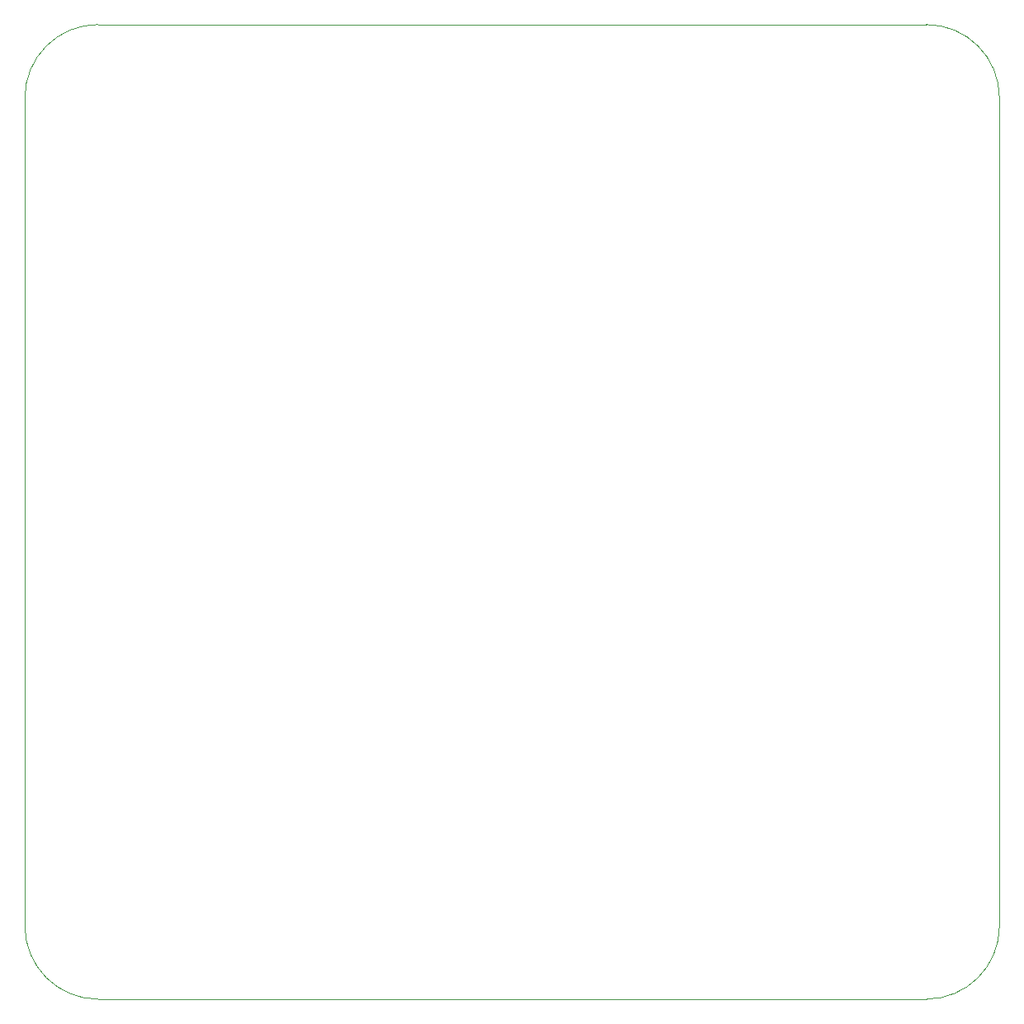
<source format=gbr>
%TF.GenerationSoftware,KiCad,Pcbnew,7.0.1-3b83917a11~172~ubuntu22.04.1*%
%TF.CreationDate,2023-03-21T11:42:11+02:00*%
%TF.ProjectId,EEE3088F_CKR,45454533-3038-4384-965f-434b522e6b69,rev?*%
%TF.SameCoordinates,Original*%
%TF.FileFunction,Profile,NP*%
%FSLAX46Y46*%
G04 Gerber Fmt 4.6, Leading zero omitted, Abs format (unit mm)*
G04 Created by KiCad (PCBNEW 7.0.1-3b83917a11~172~ubuntu22.04.1) date 2023-03-21 11:42:11*
%MOMM*%
%LPD*%
G01*
G04 APERTURE LIST*
%TA.AperFunction,Profile*%
%ADD10C,0.100000*%
%TD*%
G04 APERTURE END LIST*
D10*
X178350000Y-36500000D02*
X93350000Y-36500000D01*
X185850000Y-129000000D02*
X185850000Y-44000000D01*
X93350000Y-36500000D02*
G75*
G03*
X85850000Y-44000000I0J-7500000D01*
G01*
X85850000Y-44000000D02*
X85850000Y-129000000D01*
X93350000Y-136500000D02*
X178350000Y-136500000D01*
X85850000Y-129000000D02*
G75*
G03*
X93350000Y-136500000I7500000J0D01*
G01*
X185850000Y-44000000D02*
G75*
G03*
X178350000Y-36500000I-7500000J0D01*
G01*
X178350000Y-136500000D02*
G75*
G03*
X185850000Y-129000000I0J7500000D01*
G01*
M02*

</source>
